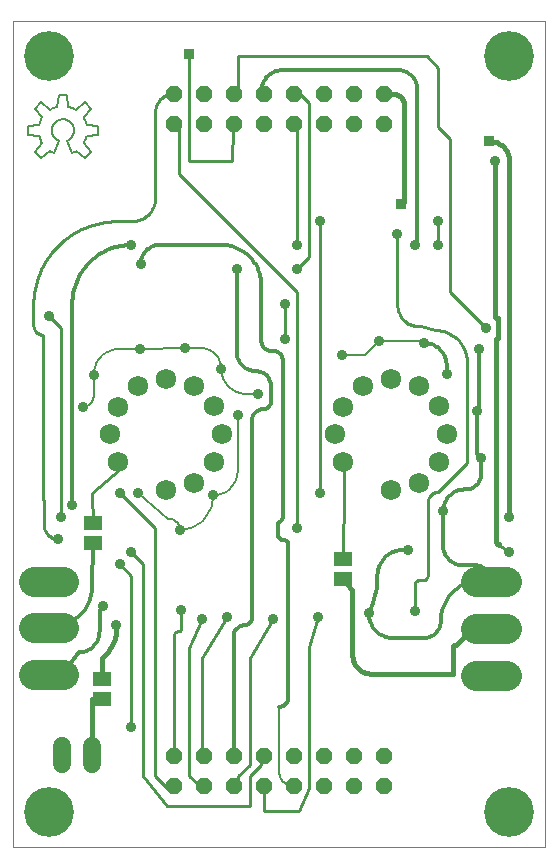
<source format=gtl>
G75*
G70*
%OFA0B0*%
%FSLAX24Y24*%
%IPPOS*%
%LPD*%
%AMOC8*
5,1,8,0,0,1.08239X$1,22.5*
%
%ADD10C,0.0000*%
%ADD11C,0.0679*%
%ADD12OC8,0.0560*%
%ADD13R,0.0591X0.0512*%
%ADD14C,0.1004*%
%ADD15C,0.0600*%
%ADD16C,0.0100*%
%ADD17C,0.0360*%
%ADD18C,0.0356*%
%ADD19C,0.0120*%
%ADD20C,0.0079*%
%ADD21C,0.0160*%
%ADD22R,0.0356X0.0356*%
%ADD23C,0.1660*%
D10*
X000912Y000100D02*
X000912Y027659D01*
X018628Y027659D01*
X018628Y000100D01*
X000912Y000100D01*
D11*
X006014Y012004D03*
X006922Y012258D03*
X007609Y012954D03*
X007855Y013876D03*
X007601Y014798D03*
X006923Y015465D03*
X006006Y015720D03*
X005066Y015474D03*
X004399Y014790D03*
X004138Y013868D03*
X004388Y012946D03*
X011638Y013868D03*
X011888Y012946D03*
X011899Y014790D03*
X012566Y015474D03*
X013506Y015720D03*
X014423Y015465D03*
X015101Y014798D03*
X015355Y013876D03*
X015109Y012954D03*
X014422Y012258D03*
X013514Y012004D03*
D12*
X013254Y003151D03*
X013254Y002151D03*
X012254Y002151D03*
X012254Y003151D03*
X011254Y003151D03*
X011254Y002151D03*
X010254Y002151D03*
X010254Y003151D03*
X009254Y003151D03*
X009254Y002151D03*
X008254Y002151D03*
X008254Y003151D03*
X007254Y003151D03*
X007254Y002151D03*
X006254Y002151D03*
X006254Y003151D03*
X006254Y024222D03*
X006254Y025222D03*
X007254Y025222D03*
X007254Y024222D03*
X008254Y024222D03*
X008254Y025222D03*
X009254Y025222D03*
X009254Y024222D03*
X010254Y024222D03*
X010254Y025222D03*
X011254Y025222D03*
X011254Y024222D03*
X012254Y024222D03*
X012254Y025222D03*
X013254Y025222D03*
X013254Y024222D03*
D13*
X003569Y010899D03*
X003569Y010230D03*
X003884Y005710D03*
X003884Y005041D03*
X011916Y009041D03*
X011916Y009710D03*
D14*
X016351Y008931D02*
X017355Y008931D01*
X017355Y007372D02*
X016351Y007372D01*
X016351Y005813D02*
X017355Y005813D01*
X002591Y005836D02*
X001587Y005836D01*
X001587Y007395D02*
X002591Y007395D01*
X002591Y008954D02*
X001587Y008954D01*
D15*
X002538Y003471D02*
X002538Y002871D01*
X003538Y002871D02*
X003538Y003471D01*
D16*
X004849Y004116D02*
X004849Y009155D01*
X004455Y009549D01*
X004849Y009943D02*
X005242Y009549D01*
X005242Y002462D01*
X006030Y001478D01*
X008786Y001478D01*
X008786Y002462D01*
X009179Y002856D01*
X009179Y003250D01*
X009254Y003151D01*
X008786Y002856D02*
X008392Y002462D01*
X008392Y002069D01*
X008254Y002151D01*
X008786Y002856D02*
X008786Y006399D01*
X009573Y007698D01*
X010754Y006793D02*
X010754Y002069D01*
X010439Y001320D01*
X009258Y001320D01*
X009258Y002108D01*
X009254Y002151D01*
X007254Y002151D02*
X007211Y002069D01*
X006778Y002462D01*
X006778Y006754D01*
X007211Y007698D01*
X006502Y007383D02*
X006502Y008013D01*
X006502Y007383D02*
X006500Y007368D01*
X006496Y007353D01*
X006489Y007339D01*
X006479Y007327D01*
X006467Y007317D01*
X006453Y007310D01*
X006438Y007306D01*
X006423Y007304D01*
X006399Y007302D01*
X006375Y007297D01*
X006353Y007289D01*
X006332Y007277D01*
X006312Y007263D01*
X006295Y007246D01*
X006281Y007226D01*
X006269Y007205D01*
X006261Y007183D01*
X006256Y007159D01*
X006254Y007135D01*
X006254Y003151D01*
X005636Y002462D02*
X006030Y002069D01*
X006254Y002151D01*
X005636Y002462D02*
X005636Y010730D01*
X004455Y011911D01*
X004455Y012698D02*
X004388Y012946D01*
X004455Y012698D02*
X003549Y011911D01*
X003569Y010899D01*
X002486Y011124D02*
X002486Y017423D01*
X002093Y017817D01*
X001581Y017502D02*
X001583Y017469D01*
X001588Y017437D01*
X001596Y017405D01*
X001608Y017374D01*
X001623Y017344D01*
X001641Y017317D01*
X001662Y017291D01*
X001685Y017268D01*
X001711Y017247D01*
X001739Y017229D01*
X001768Y017214D01*
X001799Y017202D01*
X001831Y017194D01*
X001863Y017189D01*
X001896Y017187D01*
X001896Y011714D01*
X001897Y011704D01*
X001901Y011694D01*
X001907Y011686D01*
X001916Y011680D01*
X001925Y011676D01*
X001935Y011675D01*
X001935Y010848D01*
X001936Y010848D02*
X001938Y010807D01*
X001943Y010766D01*
X001952Y010726D01*
X001964Y010687D01*
X001980Y010649D01*
X001999Y010612D01*
X002021Y010577D01*
X002046Y010545D01*
X002074Y010514D01*
X002105Y010486D01*
X002137Y010461D01*
X002172Y010439D01*
X002209Y010420D01*
X002247Y010404D01*
X002286Y010392D01*
X002326Y010383D01*
X002367Y010378D01*
X002408Y010376D01*
X008038Y007777D02*
X007211Y006399D01*
X007211Y003250D01*
X007254Y003151D01*
X010754Y006793D02*
X011069Y007777D01*
X011916Y009710D02*
X011935Y012029D01*
X011935Y012698D01*
X011888Y012946D01*
X011148Y011911D02*
X011148Y020966D01*
X010360Y020179D02*
X010360Y024116D01*
X010254Y024222D01*
X010754Y024903D02*
X010360Y025297D01*
X010254Y025222D01*
X010754Y024903D02*
X010754Y019785D01*
X010360Y019391D01*
X010360Y018604D02*
X006423Y022541D01*
X006423Y024116D01*
X006254Y024222D01*
X005636Y024604D02*
X005638Y024652D01*
X005644Y024701D01*
X005653Y024748D01*
X005666Y024795D01*
X005683Y024840D01*
X005703Y024885D01*
X005727Y024927D01*
X005754Y024967D01*
X005784Y025005D01*
X005817Y025041D01*
X005853Y025074D01*
X005891Y025104D01*
X005931Y025131D01*
X005973Y025155D01*
X006018Y025175D01*
X006063Y025192D01*
X006110Y025205D01*
X006157Y025214D01*
X006206Y025220D01*
X006254Y025222D01*
X005636Y024604D02*
X005636Y021754D01*
X005634Y021700D01*
X005629Y021647D01*
X005620Y021594D01*
X005607Y021542D01*
X005591Y021490D01*
X005571Y021440D01*
X005548Y021392D01*
X005521Y021345D01*
X005492Y021300D01*
X005459Y021257D01*
X005424Y021217D01*
X005386Y021179D01*
X005346Y021144D01*
X005303Y021111D01*
X005258Y021082D01*
X005211Y021055D01*
X005163Y021032D01*
X005113Y021012D01*
X005061Y020996D01*
X005009Y020983D01*
X004956Y020974D01*
X004903Y020969D01*
X004849Y020967D01*
X004849Y020966D02*
X004376Y020966D01*
X004239Y020963D01*
X004102Y020953D01*
X003966Y020936D01*
X003831Y020912D01*
X003697Y020882D01*
X003565Y020846D01*
X003434Y020803D01*
X003306Y020753D01*
X003181Y020698D01*
X003058Y020636D01*
X002939Y020568D01*
X002823Y020495D01*
X002711Y020416D01*
X002603Y020332D01*
X002499Y020242D01*
X002400Y020147D01*
X002305Y020048D01*
X002215Y019944D01*
X002131Y019836D01*
X002052Y019724D01*
X001979Y019608D01*
X001911Y019489D01*
X001849Y019366D01*
X001794Y019241D01*
X001744Y019113D01*
X001701Y018982D01*
X001665Y018850D01*
X001635Y018716D01*
X001611Y018581D01*
X001594Y018445D01*
X001584Y018308D01*
X001581Y018171D01*
X001581Y017502D01*
X006778Y022974D02*
X008195Y022974D01*
X008234Y024076D01*
X008254Y024222D01*
X008254Y025222D02*
X008392Y025297D01*
X008392Y026478D01*
X014691Y026478D01*
X015085Y026084D01*
X015085Y024116D01*
X015479Y023722D01*
X015479Y018604D01*
X016660Y017423D01*
X016030Y016281D02*
X016030Y012895D01*
X015085Y011950D01*
X015048Y011948D01*
X015011Y011942D01*
X014976Y011933D01*
X014941Y011919D01*
X014908Y011903D01*
X014877Y011882D01*
X014848Y011859D01*
X014822Y011833D01*
X014799Y011804D01*
X014778Y011773D01*
X014762Y011740D01*
X014748Y011705D01*
X014739Y011670D01*
X014733Y011633D01*
X014731Y011596D01*
X014731Y009194D01*
X014729Y009168D01*
X014724Y009143D01*
X014716Y009119D01*
X014705Y009095D01*
X014690Y009074D01*
X014673Y009055D01*
X014654Y009038D01*
X014632Y009023D01*
X014609Y009012D01*
X014585Y009004D01*
X014560Y008999D01*
X014534Y008997D01*
X014534Y008998D02*
X014416Y008998D01*
X014396Y008996D01*
X014376Y008991D01*
X014357Y008982D01*
X014340Y008970D01*
X014326Y008956D01*
X014314Y008939D01*
X014305Y008920D01*
X014300Y008900D01*
X014298Y008880D01*
X014297Y008880D02*
X014297Y007974D01*
X016660Y007187D02*
X016853Y007372D01*
X017447Y009943D02*
X017113Y010193D01*
X016975Y010297D01*
X016030Y016281D02*
X016028Y016345D01*
X016022Y016409D01*
X016013Y016473D01*
X015999Y016535D01*
X015982Y016597D01*
X015961Y016658D01*
X015936Y016717D01*
X015908Y016775D01*
X015877Y016831D01*
X015842Y016885D01*
X015804Y016937D01*
X015763Y016986D01*
X015719Y017033D01*
X015672Y017077D01*
X015623Y017118D01*
X015571Y017156D01*
X015517Y017191D01*
X015461Y017222D01*
X015403Y017250D01*
X015344Y017275D01*
X015283Y017296D01*
X015221Y017313D01*
X015159Y017327D01*
X015095Y017336D01*
X015031Y017342D01*
X014967Y017344D01*
X014494Y017462D01*
X014441Y017461D01*
X014388Y017464D01*
X014334Y017471D01*
X014282Y017481D01*
X014230Y017495D01*
X014180Y017513D01*
X014131Y017535D01*
X014084Y017559D01*
X014038Y017588D01*
X013995Y017619D01*
X013954Y017653D01*
X013916Y017690D01*
X013880Y017730D01*
X013847Y017773D01*
X013817Y017817D01*
X013791Y017863D01*
X013768Y017912D01*
X013748Y017962D01*
X013732Y018013D01*
X013720Y018065D01*
X013712Y018117D01*
X013707Y018171D01*
X013707Y020533D01*
X014376Y020415D02*
X014297Y020179D01*
X015085Y020179D02*
X015085Y020966D01*
X010360Y018604D02*
X010360Y010730D01*
X009967Y017029D02*
X009967Y018210D01*
X006778Y022974D02*
X006778Y026557D01*
X009179Y025297D02*
X009254Y025222D01*
D17*
X011148Y020966D03*
X010360Y020179D03*
X010360Y019391D03*
X009967Y018210D03*
X009967Y017029D03*
X011148Y011911D03*
X010360Y010730D03*
X011069Y007777D03*
X009573Y007698D03*
X008038Y007777D03*
X007211Y007698D03*
X004849Y009943D03*
X004455Y009549D03*
X004455Y011911D03*
X002880Y011517D03*
X002486Y011124D03*
X002093Y017817D03*
X004849Y020179D03*
X014297Y020179D03*
X015085Y020179D03*
X015085Y020966D03*
X016975Y022974D03*
X016660Y017423D03*
X017447Y011124D03*
X017447Y009943D03*
X004849Y004116D03*
D18*
X004337Y007502D03*
X003904Y008131D03*
X002408Y010376D03*
X005085Y011911D03*
X006463Y010691D03*
X007565Y011832D03*
X008392Y014509D03*
X009061Y015218D03*
X007841Y016045D03*
X006620Y016754D03*
X005124Y016714D03*
X003589Y015848D03*
X003234Y014785D03*
X005164Y019549D03*
X008353Y019391D03*
X011857Y016517D03*
X013116Y016990D03*
X014612Y016911D03*
X015360Y015887D03*
X016384Y014628D03*
X016502Y013092D03*
X015242Y011320D03*
X014061Y010021D03*
X014297Y007974D03*
X012762Y007895D03*
X016423Y016714D03*
X013707Y020533D03*
X006502Y008013D03*
D19*
X008254Y007128D02*
X008254Y003151D01*
X009770Y004785D02*
X009803Y004787D01*
X009835Y004792D01*
X009867Y004800D01*
X009898Y004812D01*
X009927Y004827D01*
X009955Y004845D01*
X009981Y004866D01*
X010004Y004889D01*
X010025Y004915D01*
X010043Y004942D01*
X010058Y004972D01*
X010070Y005003D01*
X010078Y005035D01*
X010083Y005067D01*
X010085Y005100D01*
X010085Y010179D01*
X010084Y010179D02*
X010082Y010201D01*
X010078Y010223D01*
X010070Y010244D01*
X010059Y010264D01*
X010046Y010282D01*
X010030Y010298D01*
X010012Y010311D01*
X009992Y010322D01*
X009971Y010330D01*
X009949Y010334D01*
X009927Y010336D01*
X009901Y010338D01*
X009876Y010343D01*
X009852Y010351D01*
X009828Y010362D01*
X009807Y010377D01*
X009788Y010394D01*
X009771Y010413D01*
X009756Y010435D01*
X009745Y010458D01*
X009737Y010482D01*
X009732Y010507D01*
X009730Y010533D01*
X009731Y010533D02*
X009731Y010927D01*
X009753Y010929D01*
X009775Y010933D01*
X009796Y010941D01*
X009816Y010952D01*
X009834Y010965D01*
X009850Y010981D01*
X009863Y010999D01*
X009874Y011019D01*
X009882Y011040D01*
X009886Y011062D01*
X009888Y011084D01*
X009888Y016360D01*
X009886Y016391D01*
X009881Y016421D01*
X009873Y016451D01*
X009861Y016480D01*
X009846Y016507D01*
X009828Y016532D01*
X009807Y016555D01*
X009784Y016576D01*
X009759Y016594D01*
X009732Y016609D01*
X009703Y016621D01*
X009673Y016629D01*
X009643Y016634D01*
X009612Y016636D01*
X009612Y016635D02*
X009534Y016635D01*
X009534Y016636D02*
X009497Y016638D01*
X009460Y016644D01*
X009425Y016653D01*
X009390Y016667D01*
X009357Y016683D01*
X009326Y016704D01*
X009297Y016727D01*
X009271Y016753D01*
X009248Y016782D01*
X009227Y016813D01*
X009211Y016846D01*
X009197Y016881D01*
X009188Y016916D01*
X009182Y016953D01*
X009180Y016990D01*
X009179Y016990D02*
X009179Y018840D01*
X008353Y019391D02*
X008353Y016635D01*
X008355Y016585D01*
X008360Y016535D01*
X008370Y016486D01*
X008383Y016438D01*
X008399Y016391D01*
X008419Y016345D01*
X008443Y016301D01*
X008469Y016258D01*
X008499Y016218D01*
X008532Y016180D01*
X008567Y016145D01*
X008605Y016112D01*
X008645Y016082D01*
X008687Y016056D01*
X008732Y016032D01*
X008778Y016012D01*
X008825Y015996D01*
X008873Y015983D01*
X008922Y015973D01*
X008972Y015968D01*
X009022Y015966D01*
X009063Y015964D01*
X009104Y015959D01*
X009144Y015950D01*
X009183Y015938D01*
X009221Y015922D01*
X009258Y015903D01*
X009293Y015881D01*
X009325Y015856D01*
X009356Y015828D01*
X009384Y015797D01*
X009409Y015765D01*
X009431Y015730D01*
X009450Y015693D01*
X009466Y015655D01*
X009478Y015616D01*
X009487Y015576D01*
X009492Y015535D01*
X009494Y015494D01*
X009494Y014943D01*
X009492Y014915D01*
X009487Y014887D01*
X009479Y014859D01*
X009467Y014833D01*
X009452Y014809D01*
X009435Y014787D01*
X009414Y014766D01*
X009392Y014749D01*
X009368Y014734D01*
X009342Y014722D01*
X009314Y014714D01*
X009286Y014709D01*
X009258Y014707D01*
X009219Y014705D01*
X009181Y014699D01*
X009144Y014690D01*
X009107Y014677D01*
X009072Y014660D01*
X009039Y014641D01*
X009008Y014618D01*
X008979Y014592D01*
X008953Y014563D01*
X008930Y014532D01*
X008911Y014499D01*
X008894Y014464D01*
X008881Y014427D01*
X008872Y014390D01*
X008866Y014352D01*
X008864Y014313D01*
X008864Y007738D01*
X008862Y007710D01*
X008857Y007682D01*
X008849Y007654D01*
X008837Y007628D01*
X008822Y007604D01*
X008805Y007582D01*
X008784Y007561D01*
X008762Y007544D01*
X008738Y007529D01*
X008712Y007517D01*
X008684Y007509D01*
X008656Y007504D01*
X008628Y007502D01*
X008591Y007500D01*
X008555Y007495D01*
X008519Y007486D01*
X008485Y007474D01*
X008452Y007458D01*
X008420Y007439D01*
X008391Y007417D01*
X008364Y007392D01*
X008339Y007365D01*
X008317Y007336D01*
X008298Y007304D01*
X008282Y007271D01*
X008270Y007237D01*
X008261Y007201D01*
X008256Y007165D01*
X008254Y007128D01*
X012762Y007895D02*
X012815Y008012D01*
X012864Y008130D01*
X012907Y008251D01*
X012944Y008374D01*
X012976Y008499D01*
X013002Y008624D01*
X013023Y008751D01*
X013037Y008879D01*
X013046Y009007D01*
X013049Y009135D01*
X012762Y007895D02*
X012764Y007839D01*
X012770Y007782D01*
X012779Y007727D01*
X012793Y007672D01*
X012810Y007618D01*
X012830Y007566D01*
X012855Y007515D01*
X012882Y007465D01*
X012913Y007418D01*
X012947Y007373D01*
X012985Y007331D01*
X013025Y007291D01*
X013067Y007253D01*
X013112Y007219D01*
X013159Y007188D01*
X013209Y007161D01*
X013260Y007136D01*
X013312Y007116D01*
X013366Y007099D01*
X013421Y007085D01*
X013476Y007076D01*
X013533Y007070D01*
X013589Y007068D01*
X013589Y007069D02*
X014573Y007069D01*
X014573Y007068D02*
X014619Y007070D01*
X014665Y007075D01*
X014711Y007084D01*
X014756Y007097D01*
X014799Y007113D01*
X014841Y007132D01*
X014882Y007155D01*
X014920Y007181D01*
X014957Y007210D01*
X014991Y007241D01*
X015022Y007275D01*
X015051Y007312D01*
X015077Y007350D01*
X015100Y007391D01*
X015119Y007433D01*
X015135Y007476D01*
X015148Y007521D01*
X015157Y007567D01*
X015162Y007613D01*
X015164Y007659D01*
X016853Y008931D02*
X016851Y008976D01*
X016846Y009022D01*
X016837Y009066D01*
X016825Y009110D01*
X016809Y009153D01*
X016790Y009194D01*
X016768Y009234D01*
X016742Y009271D01*
X016714Y009307D01*
X016683Y009340D01*
X016650Y009371D01*
X016614Y009399D01*
X016577Y009425D01*
X016537Y009447D01*
X016496Y009466D01*
X016453Y009482D01*
X016409Y009494D01*
X016365Y009503D01*
X016319Y009508D01*
X016274Y009510D01*
X016274Y009509D02*
X015872Y009509D01*
X015823Y009511D01*
X015773Y009517D01*
X015725Y009526D01*
X015677Y009540D01*
X015631Y009557D01*
X015586Y009578D01*
X015543Y009602D01*
X015502Y009629D01*
X015463Y009660D01*
X015427Y009694D01*
X015393Y009730D01*
X015362Y009769D01*
X015335Y009810D01*
X015311Y009853D01*
X015290Y009898D01*
X015273Y009944D01*
X015259Y009992D01*
X015250Y010040D01*
X015244Y010090D01*
X015242Y010139D01*
X015242Y011320D01*
X015244Y011371D01*
X015249Y011421D01*
X015258Y011471D01*
X015271Y011520D01*
X015287Y011568D01*
X015306Y011615D01*
X015329Y011660D01*
X015355Y011703D01*
X015383Y011745D01*
X015415Y011784D01*
X015450Y011821D01*
X015487Y011856D01*
X015526Y011888D01*
X015568Y011916D01*
X015611Y011942D01*
X015656Y011965D01*
X015703Y011984D01*
X015751Y012000D01*
X015800Y012013D01*
X015850Y012022D01*
X015900Y012027D01*
X015951Y012029D01*
X015990Y012029D01*
X016032Y012031D01*
X016074Y012036D01*
X016116Y012045D01*
X016156Y012057D01*
X016196Y012072D01*
X016234Y012091D01*
X016270Y012112D01*
X016304Y012137D01*
X016337Y012164D01*
X016367Y012194D01*
X016394Y012227D01*
X016419Y012261D01*
X016440Y012297D01*
X016459Y012335D01*
X016474Y012375D01*
X016486Y012415D01*
X016495Y012457D01*
X016500Y012499D01*
X016502Y012541D01*
X016502Y013092D01*
X016482Y013094D01*
X016462Y013099D01*
X016443Y013108D01*
X016426Y013120D01*
X016412Y013134D01*
X016400Y013151D01*
X016391Y013170D01*
X016386Y013190D01*
X016384Y013210D01*
X016384Y014628D01*
X016394Y014629D01*
X016403Y014633D01*
X016412Y014639D01*
X016418Y014647D01*
X016422Y014657D01*
X016423Y014667D01*
X016423Y016714D01*
X015360Y016163D02*
X015360Y015887D01*
X015360Y016163D02*
X015358Y016216D01*
X015352Y016269D01*
X015343Y016322D01*
X015330Y016374D01*
X015313Y016424D01*
X015292Y016474D01*
X015269Y016521D01*
X015241Y016567D01*
X015211Y016611D01*
X015177Y016653D01*
X015141Y016692D01*
X015102Y016728D01*
X015060Y016762D01*
X015016Y016792D01*
X014970Y016820D01*
X014923Y016843D01*
X014873Y016864D01*
X014823Y016881D01*
X014771Y016894D01*
X014718Y016903D01*
X014665Y016909D01*
X014612Y016911D01*
X014376Y020257D02*
X014376Y025376D01*
X014374Y025425D01*
X014368Y025475D01*
X014359Y025523D01*
X014345Y025571D01*
X014328Y025617D01*
X014307Y025662D01*
X014283Y025705D01*
X014256Y025746D01*
X014225Y025785D01*
X014191Y025821D01*
X014155Y025855D01*
X014116Y025886D01*
X014075Y025913D01*
X014032Y025937D01*
X013987Y025958D01*
X013941Y025975D01*
X013893Y025989D01*
X013845Y025998D01*
X013795Y026004D01*
X013746Y026006D01*
X009888Y026006D01*
X009837Y026004D01*
X009787Y025999D01*
X009737Y025990D01*
X009688Y025977D01*
X009640Y025961D01*
X009593Y025942D01*
X009548Y025919D01*
X009505Y025893D01*
X009463Y025865D01*
X009424Y025833D01*
X009387Y025798D01*
X009352Y025761D01*
X009320Y025722D01*
X009292Y025680D01*
X009266Y025637D01*
X009243Y025592D01*
X009224Y025545D01*
X009208Y025497D01*
X009195Y025448D01*
X009186Y025398D01*
X009181Y025348D01*
X009179Y025297D01*
X007841Y020179D02*
X005794Y020179D01*
X005745Y020177D01*
X005695Y020171D01*
X005647Y020162D01*
X005599Y020148D01*
X005553Y020131D01*
X005508Y020110D01*
X005465Y020086D01*
X005424Y020059D01*
X005385Y020028D01*
X005349Y019994D01*
X005315Y019958D01*
X005284Y019919D01*
X005257Y019878D01*
X005233Y019835D01*
X005212Y019790D01*
X005195Y019744D01*
X005181Y019696D01*
X005172Y019648D01*
X005166Y019598D01*
X005164Y019549D01*
X004849Y020179D02*
X004755Y020177D01*
X004662Y020170D01*
X004569Y020159D01*
X004476Y020143D01*
X004385Y020123D01*
X004294Y020099D01*
X004205Y020071D01*
X004117Y020038D01*
X004031Y020001D01*
X003947Y019960D01*
X003864Y019915D01*
X003784Y019866D01*
X003707Y019814D01*
X003632Y019758D01*
X003560Y019698D01*
X003490Y019635D01*
X003424Y019569D01*
X003361Y019499D01*
X003301Y019427D01*
X003245Y019352D01*
X003193Y019275D01*
X003144Y019195D01*
X003099Y019112D01*
X003058Y019028D01*
X003021Y018942D01*
X002988Y018854D01*
X002960Y018765D01*
X002936Y018674D01*
X002916Y018583D01*
X002900Y018490D01*
X002889Y018397D01*
X002882Y018304D01*
X002880Y018210D01*
X002880Y011517D01*
X003569Y010230D02*
X003530Y008742D01*
X003786Y008013D02*
X003786Y007305D01*
X003785Y007253D01*
X003781Y007202D01*
X003773Y007151D01*
X003761Y007101D01*
X003745Y007052D01*
X003726Y007004D01*
X003703Y006958D01*
X003677Y006913D01*
X003648Y006871D01*
X003615Y006831D01*
X003580Y006794D01*
X003542Y006759D01*
X003501Y006727D01*
X003458Y006698D01*
X003414Y006673D01*
X003367Y006651D01*
X003319Y006633D01*
X003269Y006618D01*
X003219Y006607D01*
X003168Y006600D01*
X003117Y006596D01*
X003116Y006596D02*
X002565Y005927D01*
X002089Y007395D02*
X002091Y007413D01*
X002095Y007431D01*
X002103Y007448D01*
X002114Y007463D01*
X002127Y007476D01*
X002142Y007487D01*
X002159Y007495D01*
X002177Y007499D01*
X002195Y007501D01*
X002195Y007502D02*
X002290Y007502D01*
X002360Y007504D01*
X002429Y007510D01*
X002498Y007520D01*
X002566Y007533D01*
X002633Y007550D01*
X002700Y007572D01*
X002765Y007596D01*
X002828Y007625D01*
X002890Y007657D01*
X002950Y007692D01*
X003008Y007731D01*
X003063Y007773D01*
X003116Y007817D01*
X003167Y007865D01*
X003215Y007916D01*
X003259Y007969D01*
X003301Y008024D01*
X003340Y008082D01*
X003375Y008142D01*
X003407Y008204D01*
X003436Y008267D01*
X003460Y008332D01*
X003482Y008399D01*
X003499Y008466D01*
X003512Y008534D01*
X003522Y008603D01*
X003528Y008672D01*
X003530Y008742D01*
X009180Y018840D02*
X009178Y018912D01*
X009172Y018985D01*
X009162Y019057D01*
X009149Y019128D01*
X009131Y019198D01*
X009110Y019268D01*
X009085Y019336D01*
X009056Y019402D01*
X009024Y019467D01*
X008988Y019530D01*
X008949Y019591D01*
X008907Y019650D01*
X008862Y019707D01*
X008813Y019761D01*
X008762Y019812D01*
X008708Y019861D01*
X008651Y019906D01*
X008592Y019948D01*
X008531Y019987D01*
X008468Y020023D01*
X008403Y020055D01*
X008337Y020084D01*
X008269Y020109D01*
X008199Y020130D01*
X008129Y020148D01*
X008058Y020161D01*
X007986Y020171D01*
X007913Y020177D01*
X007841Y020179D01*
X014297Y020178D02*
X014312Y020180D01*
X014327Y020184D01*
X014341Y020191D01*
X014353Y020201D01*
X014363Y020213D01*
X014370Y020227D01*
X014374Y020242D01*
X014376Y020257D01*
X014061Y010021D02*
X013935Y010021D01*
X013877Y010019D01*
X013819Y010013D01*
X013762Y010004D01*
X013706Y009991D01*
X013650Y009974D01*
X013596Y009954D01*
X013543Y009930D01*
X013492Y009902D01*
X013443Y009872D01*
X013396Y009838D01*
X013351Y009801D01*
X013309Y009761D01*
X013269Y009719D01*
X013232Y009674D01*
X013198Y009627D01*
X013168Y009578D01*
X013140Y009527D01*
X013116Y009474D01*
X013096Y009420D01*
X013079Y009364D01*
X013066Y009308D01*
X013057Y009251D01*
X013051Y009193D01*
X013049Y009135D01*
X016435Y008931D02*
X016853Y008931D01*
X016853Y008930D02*
X016783Y008948D01*
X016712Y008963D01*
X016641Y008973D01*
X016569Y008979D01*
X016497Y008982D01*
X016425Y008981D01*
X016354Y008975D01*
X016282Y008966D01*
X016211Y008953D01*
X016141Y008936D01*
X016072Y008915D01*
X016005Y008891D01*
X015938Y008863D01*
X015874Y008831D01*
X015811Y008796D01*
X015750Y008758D01*
X015691Y008716D01*
X015635Y008671D01*
X015581Y008623D01*
X015530Y008572D01*
X015482Y008519D01*
X015436Y008463D01*
X015394Y008405D01*
X015355Y008344D01*
X015320Y008282D01*
X015287Y008217D01*
X015259Y008151D01*
X015234Y008083D01*
X015213Y008015D01*
X015195Y007945D01*
X015182Y007874D01*
X015172Y007803D01*
X015166Y007731D01*
X015164Y007659D01*
D20*
X016975Y010297D02*
X017014Y010336D01*
X014613Y016911D02*
X014611Y016926D01*
X014607Y016941D01*
X014600Y016955D01*
X014590Y016967D01*
X014578Y016977D01*
X014564Y016984D01*
X014549Y016988D01*
X014534Y016990D01*
X013116Y016990D01*
X012644Y016517D01*
X011857Y016517D01*
X009061Y015218D02*
X008668Y015218D01*
X008392Y014509D02*
X008392Y012659D01*
X008390Y012603D01*
X008384Y012546D01*
X008375Y012491D01*
X008361Y012436D01*
X008344Y012382D01*
X008324Y012330D01*
X008299Y012279D01*
X008272Y012229D01*
X008241Y012182D01*
X008207Y012137D01*
X008169Y012095D01*
X008129Y012055D01*
X008087Y012017D01*
X008042Y011983D01*
X007995Y011952D01*
X007945Y011925D01*
X007894Y011900D01*
X007842Y011880D01*
X007788Y011863D01*
X007733Y011849D01*
X007678Y011840D01*
X007621Y011834D01*
X007565Y011832D01*
X007565Y011793D01*
X007563Y011729D01*
X007558Y011665D01*
X007548Y011602D01*
X007535Y011539D01*
X007519Y011477D01*
X007499Y011416D01*
X007475Y011357D01*
X007448Y011298D01*
X007417Y011242D01*
X007384Y011187D01*
X007347Y011135D01*
X007307Y011085D01*
X007265Y011037D01*
X007219Y010991D01*
X007171Y010949D01*
X007121Y010909D01*
X007069Y010872D01*
X007014Y010839D01*
X006958Y010808D01*
X006899Y010781D01*
X006840Y010757D01*
X006779Y010737D01*
X006717Y010721D01*
X006654Y010708D01*
X006591Y010698D01*
X006527Y010693D01*
X006463Y010691D01*
X006461Y010728D01*
X006455Y010765D01*
X006446Y010800D01*
X006432Y010835D01*
X006416Y010868D01*
X006395Y010899D01*
X006372Y010928D01*
X006346Y010954D01*
X006317Y010977D01*
X006286Y010998D01*
X006253Y011014D01*
X006218Y011028D01*
X006183Y011037D01*
X006146Y011043D01*
X006109Y011045D01*
X006069Y011045D01*
X005085Y011911D01*
X003589Y015139D02*
X003589Y015848D01*
X003588Y015139D02*
X003586Y015102D01*
X003580Y015065D01*
X003571Y015030D01*
X003557Y014995D01*
X003541Y014962D01*
X003520Y014931D01*
X003497Y014902D01*
X003471Y014876D01*
X003442Y014853D01*
X003411Y014832D01*
X003378Y014816D01*
X003343Y014802D01*
X003308Y014793D01*
X003271Y014787D01*
X003234Y014785D01*
X003589Y015848D02*
X003591Y015905D01*
X003596Y015961D01*
X003606Y016017D01*
X003619Y016072D01*
X003635Y016126D01*
X003655Y016179D01*
X003678Y016231D01*
X003705Y016281D01*
X003735Y016329D01*
X003768Y016375D01*
X003804Y016419D01*
X003843Y016460D01*
X003884Y016499D01*
X003928Y016535D01*
X003974Y016568D01*
X004022Y016598D01*
X004072Y016625D01*
X004124Y016648D01*
X004177Y016668D01*
X004231Y016684D01*
X004286Y016697D01*
X004342Y016707D01*
X004398Y016712D01*
X004455Y016714D01*
X005124Y016714D01*
X006620Y016754D01*
X007132Y016754D01*
X007183Y016752D01*
X007233Y016747D01*
X007283Y016738D01*
X007332Y016725D01*
X007380Y016709D01*
X007427Y016690D01*
X007472Y016667D01*
X007515Y016641D01*
X007557Y016613D01*
X007596Y016581D01*
X007633Y016546D01*
X007668Y016509D01*
X007700Y016470D01*
X007728Y016428D01*
X007754Y016385D01*
X007777Y016340D01*
X007796Y016293D01*
X007812Y016245D01*
X007825Y016196D01*
X007834Y016146D01*
X007839Y016096D01*
X007841Y016045D01*
X007843Y015989D01*
X007849Y015932D01*
X007858Y015877D01*
X007872Y015822D01*
X007889Y015768D01*
X007909Y015716D01*
X007934Y015665D01*
X007961Y015615D01*
X007992Y015568D01*
X008026Y015523D01*
X008064Y015481D01*
X008104Y015441D01*
X008146Y015403D01*
X008191Y015369D01*
X008238Y015338D01*
X008288Y015311D01*
X008339Y015286D01*
X008391Y015266D01*
X008445Y015249D01*
X008500Y015235D01*
X008555Y015226D01*
X008612Y015220D01*
X008668Y015218D01*
X003292Y023067D02*
X002995Y023309D01*
X002876Y023247D02*
X002706Y023657D01*
X001876Y023568D02*
X001849Y023614D01*
X001826Y023663D01*
X001805Y023712D01*
X001788Y023763D01*
X001774Y023815D01*
X001393Y023854D01*
X001393Y024142D01*
X001774Y024180D01*
X001877Y024428D02*
X001634Y024725D01*
X001838Y024928D01*
X002135Y024686D01*
X002383Y024789D02*
X002421Y025170D01*
X002709Y025170D01*
X002748Y024789D01*
X002995Y024686D02*
X003292Y024928D01*
X003496Y024725D01*
X003254Y024428D01*
X003356Y024180D02*
X003737Y024142D01*
X003737Y023854D01*
X003356Y023815D01*
X003254Y023567D02*
X003496Y023270D01*
X003292Y023067D01*
X002995Y024687D02*
X002949Y024714D01*
X002900Y024737D01*
X002851Y024758D01*
X002800Y024775D01*
X002748Y024789D01*
X002995Y023309D02*
X002957Y023287D01*
X002917Y023266D01*
X002876Y023248D01*
X002424Y023657D02*
X002254Y023247D01*
X002135Y023309D02*
X001838Y023067D01*
X001634Y023270D01*
X001877Y023567D01*
X002135Y023309D02*
X002173Y023287D01*
X002213Y023266D01*
X002254Y023248D01*
X003254Y023568D02*
X003281Y023614D01*
X003304Y023663D01*
X003325Y023712D01*
X003342Y023763D01*
X003356Y023815D01*
X002706Y023657D02*
X002740Y023673D01*
X002773Y023693D01*
X002803Y023716D01*
X002831Y023742D01*
X002856Y023771D01*
X002877Y023802D01*
X002896Y023835D01*
X002911Y023870D01*
X002922Y023906D01*
X002930Y023943D01*
X002934Y023981D01*
X002933Y024019D01*
X002929Y024056D01*
X002921Y024094D01*
X002910Y024130D01*
X002894Y024164D01*
X002876Y024197D01*
X002853Y024228D01*
X002828Y024256D01*
X002800Y024282D01*
X002770Y024305D01*
X002737Y024324D01*
X002703Y024340D01*
X002667Y024353D01*
X002630Y024361D01*
X002593Y024366D01*
X002555Y024367D01*
X002517Y024364D01*
X002480Y024357D01*
X002443Y024346D01*
X002408Y024332D01*
X002375Y024314D01*
X002343Y024293D01*
X002314Y024268D01*
X002288Y024241D01*
X002264Y024212D01*
X002244Y024180D01*
X002227Y024146D01*
X002213Y024110D01*
X002204Y024073D01*
X002198Y024036D01*
X002196Y023998D01*
X002135Y024687D02*
X002181Y024714D01*
X002230Y024737D01*
X002279Y024758D01*
X002330Y024775D01*
X002382Y024789D01*
X003254Y024428D02*
X003281Y024382D01*
X003304Y024333D01*
X003325Y024284D01*
X003342Y024233D01*
X003356Y024181D01*
X001876Y024428D02*
X001849Y024382D01*
X001826Y024333D01*
X001805Y024284D01*
X001788Y024233D01*
X001774Y024181D01*
X002196Y023998D02*
X002198Y023962D01*
X002203Y023926D01*
X002212Y023891D01*
X002224Y023857D01*
X002240Y023824D01*
X002258Y023793D01*
X002280Y023764D01*
X002304Y023737D01*
X002331Y023713D01*
X002360Y023691D01*
X002391Y023673D01*
X002424Y023657D01*
X009770Y004785D02*
X009770Y002635D01*
X009772Y002593D01*
X009777Y002551D01*
X009786Y002510D01*
X009799Y002469D01*
X009815Y002430D01*
X009835Y002393D01*
X009858Y002357D01*
X009883Y002324D01*
X009912Y002293D01*
X009943Y002264D01*
X009976Y002239D01*
X010012Y002216D01*
X010049Y002196D01*
X010088Y002180D01*
X010129Y002167D01*
X010170Y002158D01*
X010212Y002153D01*
X010254Y002151D01*
D21*
X012841Y005887D02*
X015557Y005887D01*
X015557Y006754D01*
X015558Y006754D02*
X015559Y006771D01*
X015564Y006788D01*
X015571Y006803D01*
X015581Y006817D01*
X015593Y006829D01*
X015607Y006839D01*
X015622Y006846D01*
X015639Y006851D01*
X015656Y006852D01*
X016175Y007372D01*
X016853Y007372D01*
X017014Y010292D02*
X017014Y017029D01*
X017014Y017030D02*
X017024Y017031D01*
X017033Y017035D01*
X017042Y017041D01*
X017048Y017049D01*
X017052Y017059D01*
X017053Y017069D01*
X017053Y017738D01*
X017038Y017740D01*
X017023Y017744D01*
X017009Y017751D01*
X016997Y017761D01*
X016987Y017773D01*
X016980Y017787D01*
X016976Y017802D01*
X016974Y017817D01*
X016975Y017817D02*
X016975Y022974D01*
X017447Y022974D02*
X017445Y023024D01*
X017440Y023074D01*
X017430Y023123D01*
X017417Y023171D01*
X017401Y023218D01*
X017381Y023264D01*
X017357Y023309D01*
X017331Y023351D01*
X017301Y023391D01*
X017268Y023429D01*
X017233Y023464D01*
X017195Y023497D01*
X017155Y023527D01*
X017113Y023553D01*
X017068Y023577D01*
X017022Y023597D01*
X016975Y023613D01*
X016927Y023626D01*
X016878Y023636D01*
X016828Y023641D01*
X016778Y023643D01*
X017447Y022974D02*
X017447Y011124D01*
X017014Y010292D02*
X017016Y010275D01*
X017020Y010258D01*
X017027Y010243D01*
X017037Y010228D01*
X017049Y010216D01*
X017063Y010206D01*
X017079Y010199D01*
X017096Y010195D01*
X017113Y010193D01*
X012841Y005887D02*
X012792Y005889D01*
X012742Y005895D01*
X012694Y005904D01*
X012646Y005918D01*
X012600Y005935D01*
X012555Y005956D01*
X012512Y005980D01*
X012471Y006007D01*
X012432Y006038D01*
X012396Y006072D01*
X012362Y006108D01*
X012331Y006147D01*
X012304Y006188D01*
X012280Y006231D01*
X012259Y006276D01*
X012242Y006322D01*
X012228Y006370D01*
X012219Y006418D01*
X012213Y006468D01*
X012211Y006517D01*
X012211Y008667D01*
X011916Y009041D01*
X003983Y006517D02*
X003884Y006419D01*
X003884Y005710D01*
X003884Y005041D02*
X003538Y005041D01*
X003538Y003171D01*
X003982Y006518D02*
X004029Y006567D01*
X004072Y006618D01*
X004113Y006672D01*
X004151Y006728D01*
X004185Y006786D01*
X004217Y006846D01*
X004245Y006907D01*
X004269Y006970D01*
X004291Y007034D01*
X004308Y007099D01*
X004322Y007165D01*
X004332Y007232D01*
X004339Y007299D01*
X004342Y007367D01*
X004341Y007434D01*
X004337Y007502D01*
X013825Y021557D02*
X013845Y021559D01*
X013865Y021564D01*
X013884Y021573D01*
X013901Y021585D01*
X013915Y021599D01*
X013927Y021616D01*
X013936Y021635D01*
X013941Y021655D01*
X013943Y021675D01*
X013943Y024824D01*
X013944Y024824D02*
X013942Y024863D01*
X013936Y024902D01*
X013927Y024940D01*
X013914Y024976D01*
X013897Y025012D01*
X013877Y025045D01*
X013854Y025076D01*
X013827Y025105D01*
X013798Y025132D01*
X013767Y025155D01*
X013734Y025175D01*
X013698Y025192D01*
X013662Y025205D01*
X013624Y025214D01*
X013585Y025220D01*
X013546Y025222D01*
X013254Y025222D01*
D22*
X013825Y021557D03*
X016778Y023643D03*
X006778Y026557D03*
D23*
X002093Y026478D03*
X017447Y026478D03*
X017447Y001281D03*
X002093Y001281D03*
M02*

</source>
